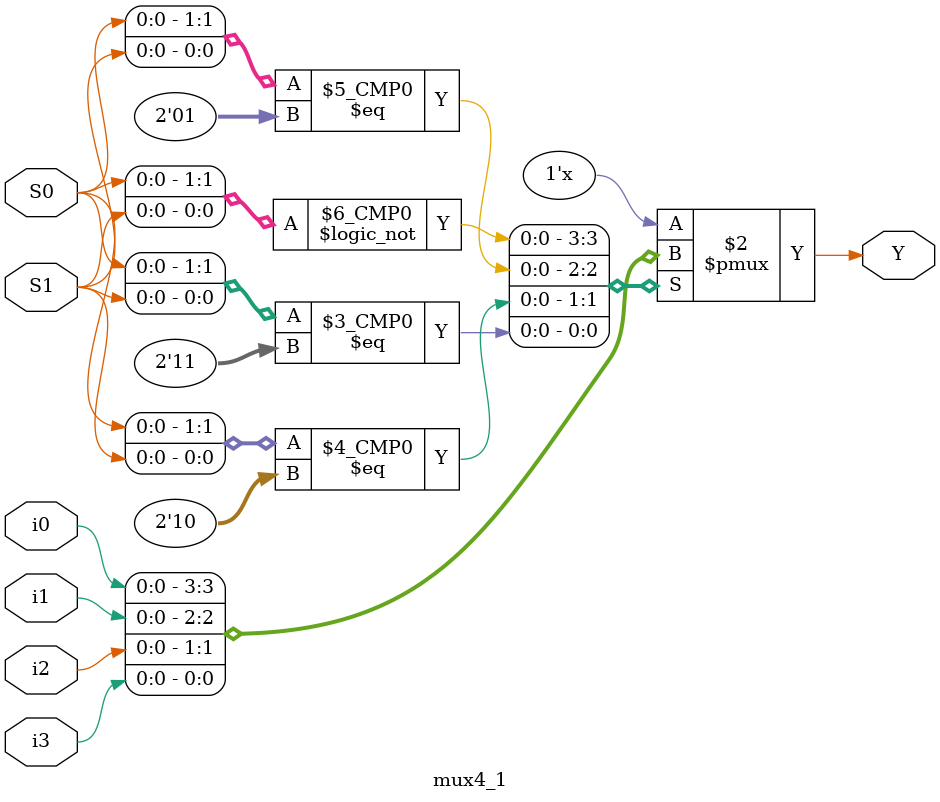
<source format=sv>
`timescale 1ns / 1ps


module mux4_1( input logic i0, i1, i2, i3, S0, S1,
    		     output logic Y);
	always_comb begin
        case ({S0, S1})
            2'b00: Y = i0;   
            2'b01: Y = i1;   
            2'b10: Y = i2;   
            2'b11: Y = i3;   
            default: Y = 1'b0;
        endcase
    end
endmodule

</source>
